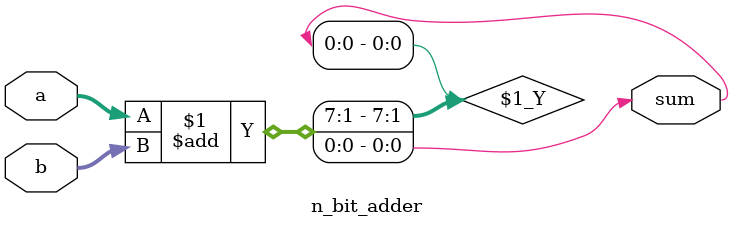
<source format=v>
module n_bit_adder(a,b,sum);
  parameter n=8;
  input [n-1:0]a,b;
  output sum;
  assign sum=a+b;
endmodule

</source>
